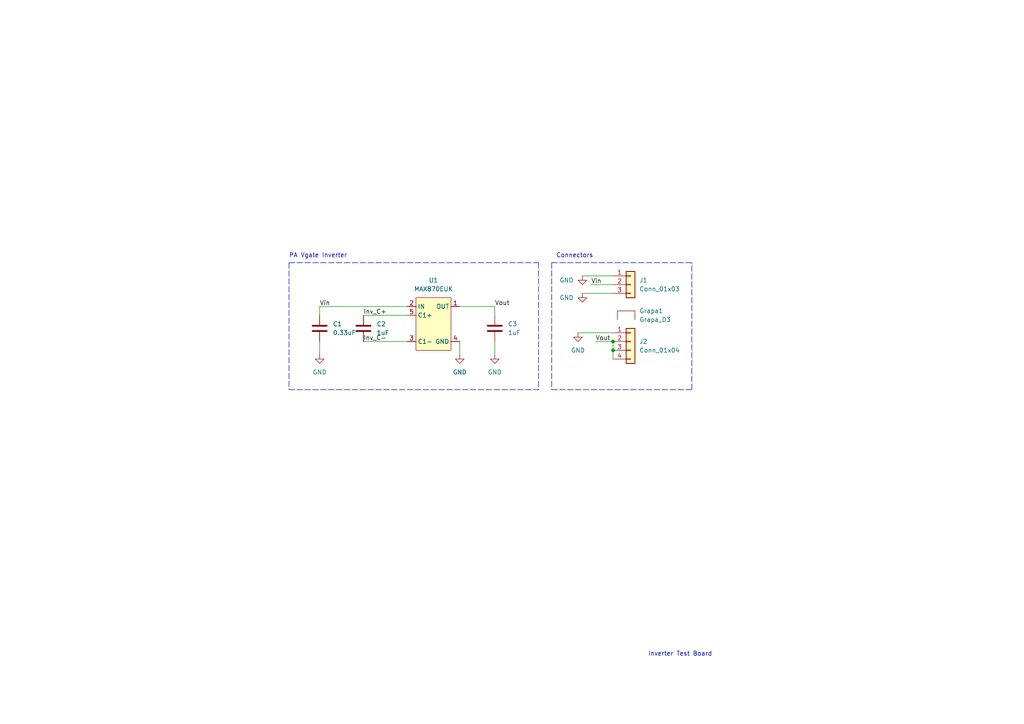
<source format=kicad_sch>
(kicad_sch (version 20211123) (generator eeschema)
  (paper "A4")
  (lib_symbols
    (symbol "Connector_Generic:Conn_01x03" (pin_names (offset 1.016) hide)
      (property "Reference" "J" (at 0 5.08 0))
      (property "Value" "Conn_01x03" (at 0 -5.08 0))
      (symbol "Conn_01x03_1_1"
        (rectangle (start -1.27 -2.413) (end 0 -2.667) (stroke (width 0.1524)))
        (rectangle (start -1.27 0.127) (end 0 -0.127) (stroke (width 0.1524)))
        (rectangle (start -1.27 2.667) (end 0 2.413) (stroke (width 0.1524)))
        (rectangle (start -1.27 3.81) (end 1.27 -3.81) (stroke (width 0.254)) (fill (type background)))
        (pin passive line (at -5.08 2.54 0) (length 3.81) (name "Pin_1") (number "1"))
        (pin passive line (at -5.08 0 0) (length 3.81) (name "Pin_2") (number "2"))
        (pin passive line (at -5.08 -2.54 0) (length 3.81) (name "Pin_3") (number "3"))
      )
    )
    (symbol "Connector_Generic:Conn_01x04" (pin_names (offset 1.016) hide)
      (property "Reference" "J" (at 0 5.08 0))
      (property "Value" "Conn_01x04" (at 0 -7.62 0))
      (symbol "Conn_01x04_1_1"
        (rectangle (start -1.27 -4.953) (end 0 -5.207) (stroke (width 0.1524)))
        (rectangle (start -1.27 -2.413) (end 0 -2.667) (stroke (width 0.1524)))
        (rectangle (start -1.27 0.127) (end 0 -0.127) (stroke (width 0.1524)))
        (rectangle (start -1.27 2.667) (end 0 2.413) (stroke (width 0.1524)))
        (rectangle (start -1.27 3.81) (end 1.27 -6.35) (stroke (width 0.254)) (fill (type background)))
        (pin passive line (at -5.08 2.54 0) (length 3.81) (name "Pin_1") (number "1"))
        (pin passive line (at -5.08 0 0) (length 3.81) (name "Pin_2") (number "2"))
        (pin passive line (at -5.08 -2.54 0) (length 3.81) (name "Pin_3") (number "3"))
        (pin passive line (at -5.08 -5.08 0) (length 3.81) (name "Pin_4") (number "4"))
      )
    )
    (symbol "Device:C" (pin_numbers hide) (pin_names (offset 0.254))
      (property "Reference" "C" (at 0.635 2.54 0))
      (property "Value" "C" (at 0.635 -2.54 0))
      (symbol "C_0_1"
        (polyline (pts (xy -2.032 -0.762) (xy 2.032 -0.762)) (stroke (width 0.508)))
        (polyline (pts (xy -2.032 0.762) (xy 2.032 0.762)) (stroke (width 0.508)))
      )
      (symbol "C_1_1"
        (pin passive line (at 0 3.81 270) (length 2.794) (name "~") (number "1"))
        (pin passive line (at 0 -3.81 90) (length 2.794) (name "~") (number "2"))
      )
    )
    (symbol "GGS_Miscellaneous:Grapa_D3"
      (property "Reference" "Grapa" (at 0 0 0))
      (property "Value" "Grapa_D3" (at 0 0 0))
      (symbol "Grapa_D3_0_1"
        (polyline (pts (xy 0 0) (xy 0 2.54) (xy 5.08 2.54) (xy 5.08 0)))
      )
    )
    (symbol "GGS_Power:MAX870"
      (property "Reference" "U" (at 0 0 0))
      (property "Value" "MAX870" (at 0 0 0))
      (symbol "MAX870_1_0"
        (rectangle (start 0 17.78) (end 10.16 2.54) (fill (type background)))
        (pin output line (at 12.7 15.24 180) (length 2.54) (name "OUT") (number "1"))
        (pin input line (at -2.54 15.24 0) (length 2.54) (name "IN") (number "2"))
        (pin bidirectional line (at -2.54 5.08 0) (length 2.54) (name "C1-") (number "3"))
        (pin power_in line (at 12.7 5.08 180) (length 2.54) (name "GND") (number "4"))
        (pin bidirectional line (at -2.54 12.7 0) (length 2.54) (name "C1+") (number "5"))
      )
    )
    (symbol "power:GND" (power) (pin_names (offset 0))
      (property "Value" "GND" (at 0 -3.81 0))
      (symbol "GND_0_1"
        (polyline (pts (xy 0 0) (xy 0 -1.27) (xy 1.27 -1.27) (xy 0 -2.54) (xy -1.27 -1.27) (xy 0 -1.27)))
      )
      (symbol "GND_1_1"
        (pin power_in line (at 0 0 270) (length 0) hide (name "GND") (number "1"))
      )
    )
  )
  (junction (at 177.8 99.06))
  (junction (at 177.8 101.6))
  (polyline (pts (xy 83.82 113.03) (xy 156.21 113.03)))
  (polyline (pts (xy 200.66 113.03) (xy 200.66 76.2)))
  (wire (pts (xy 168.91 85.09) (xy 177.8 85.09)))
  (polyline (pts (xy 156.21 76.2) (xy 156.21 113.03)))
  (polyline (pts (xy 83.82 76.2) (xy 83.82 113.03)))
  (polyline (pts (xy 160.02 76.2) (xy 200.66 76.2)))
  (wire (pts (xy 172.72 99.06) (xy 177.8 99.06)))
  (wire (pts (xy 177.8 101.6) (xy 177.8 104.14)))
  (wire (pts (xy 143.51 102.87) (xy 143.51 99.06)))
  (polyline (pts (xy 160.02 76.2) (xy 160.02 113.03)))
  (wire (pts (xy 133.35 88.9) (xy 143.51 88.9)))
  (wire (pts (xy 171.45 82.55) (xy 177.8 82.55)))
  (wire (pts (xy 92.71 102.87) (xy 92.71 99.06)))
  (wire (pts (xy 177.8 99.06) (xy 177.8 101.6)))
  (wire (pts (xy 105.41 99.06) (xy 118.11 99.06)))
  (wire (pts (xy 92.71 91.44) (xy 92.71 88.9)))
  (wire (pts (xy 168.91 80.01) (xy 177.8 80.01)))
  (wire (pts (xy 167.64 96.52) (xy 177.8 96.52)))
  (wire (pts (xy 92.71 88.9) (xy 118.11 88.9)))
  (wire (pts (xy 105.41 91.44) (xy 118.11 91.44)))
  (polyline (pts (xy 160.02 113.03) (xy 200.66 113.03)))
  (polyline (pts (xy 83.82 76.2) (xy 156.21 76.2)))
  (wire (pts (xy 143.51 88.9) (xy 143.51 91.44)))
  (wire (pts (xy 133.35 102.87) (xy 133.35 99.06)))
  (text "PA Vgate Inverter" (at 83.82 74.93 0) (effects (font (size 1.27 1.27)) (justify left bottom)))
  (text "Connectors" (at 161.29 74.93 0) (effects (font (size 1.27 1.27)) (justify left bottom)))
  (text "Inverter Test Board" (at 187.96 190.5 0) (effects (font (size 1.27 1.27)) (justify left bottom)))
  (label "Vin" (at 171.45 82.55 0))
  (label "Inv_C-" (at 105.41 99.06 0))
  (label "Vout" (at 172.72 99.06 0))
  (label "Inv_C+" (at 105.41 91.44 0))
  (label "Vin" (at 92.71 88.9 0))
  (label "Vout" (at 143.51 88.9 0))
  (symbol (lib_id "power:GND") (at 133.35 102.87 0) (unit 1)
    (property "Reference" "#PWR02" (effects hide))
    (property "Value" "GND" (at 133.35 107.95 0))
  )
  (symbol (lib_id "Connector_Generic:Conn_01x03") (at 182.88 82.55 0) (unit 1)
    (property "Reference" "J1" (at 185.42 81.2799 0) (effects (justify left)))
    (property "Value" "Conn_01x03" (at 185.42 83.8199 0) (effects (justify left)))
    (property "Footprint" "Connector_PinHeader_2.54mm:PinHeader_1x03_P2.54mm_Vertical" (effects hide))
  )
  (symbol (lib_id "power:GND") (at 143.51 102.87 0) (unit 1)
    (property "Reference" "#PWR03" (effects hide))
    (property "Value" "GND" (at 143.51 107.95 0))
  )
  (symbol (lib_id "Device:C") (at 105.41 95.25 180) (unit 1)
    (property "Reference" "C2" (at 109.22 93.9799 0) (effects (justify right)))
    (property "Value" "1uF" (at 109.22 96.5199 0) (effects (justify right)))
    (property "Footprint" "Capacitor_SMD:C_0603_1608Metric" (effects hide))
  )
  (symbol (lib_id "Device:C") (at 92.71 95.25 180) (unit 1)
    (property "Reference" "C1" (at 96.52 93.9799 0) (effects (justify right)))
    (property "Value" "0.33uF" (at 96.52 96.5199 0) (effects (justify right)))
    (property "Footprint" "Capacitor_SMD:C_0603_1608Metric" (effects hide))
  )
  (symbol (lib_id "power:GND") (at 168.91 85.09 0) (unit 1)
    (property "Reference" "#PWR0102" (effects hide))
    (property "Value" "GND" (at 166.37 86.3599 0) (effects (justify right)))
  )
  (symbol (lib_id "power:GND") (at 92.71 102.87 0) (unit 1)
    (property "Reference" "#PWR01" (effects hide))
    (property "Value" "GND" (at 92.71 107.95 0))
  )
  (symbol (lib_id "power:GND") (at 168.91 80.01 0) (unit 1)
    (property "Reference" "#PWR0101" (effects hide))
    (property "Value" "GND" (at 166.37 81.2799 0) (effects (justify right)))
  )
  (symbol (lib_id "power:GND") (at 167.64 96.52 0) (unit 1)
    (property "Reference" "#PWR04" (effects hide))
    (property "Value" "GND" (at 167.64 101.6 0))
  )
  (symbol (lib_id "GGS_Power:MAX870") (at 120.65 104.14 0) (unit 1)
    (property "Reference" "U1" (at 125.73 81.28 0))
    (property "Value" "MAX870EUK" (at 125.73 83.82 0))
    (property "Footprint" "Package_TO_SOT_SMD:SOT-23-5" (effects hide))
    (property "CHECK_PRICES" "https://www.snapeda.com/parts/MAX870EUK/Maxim%20Integrated/view-part/989292/?ref=eda" (effects hide))
    (property "PURCHASE-URL" "https://pricing.snapeda.com/search/part/MAX870EUK/?ref=eda" (effects hide))
    (property "MF" "Maxim Integrated" (effects hide))
    (property "PRICE" "None" (effects hide))
    (property "AVAILABILITY" "Warning" (effects hide))
    (property "PACKAGE" "None" (effects hide))
    (property "SNAPEDA_LINK" "https://www.snapeda.com/parts/MAX870EUK/Maxim%20Integrated/view-part/989292/?ref=snap" (effects hide))
    (property "MP" "MAX870EUK" (effects hide))
    (property "ALTIUM_VALUE" "*" (effects hide))
  )
  (symbol (lib_id "Connector_Generic:Conn_01x04") (at 182.88 99.06 0) (unit 1)
    (property "Reference" "J2" (at 185.42 99.0599 0) (effects (justify left)))
    (property "Value" "Conn_01x04" (at 185.42 101.5999 0) (effects (justify left)))
    (property "Footprint" "Connector_PinHeader_2.54mm:PinHeader_1x04_P2.54mm_Vertical" (effects hide))
  )
  (symbol (lib_id "Device:C") (at 143.51 95.25 180) (unit 1)
    (property "Reference" "C3" (at 147.32 93.9799 0) (effects (justify right)))
    (property "Value" "1uF" (at 147.32 96.5199 0) (effects (justify right)))
    (property "Footprint" "Capacitor_SMD:C_0603_1608Metric" (effects hide))
  )
  (symbol (lib_id "GGS_Miscellaneous:Grapa_D3") (at 179.07 92.71 0) (unit 1)
    (property "Reference" "Grapa1" (at 185.42 90.1699 0) (effects (justify left)))
    (property "Value" "Grapa_D3" (at 185.42 92.7099 0) (effects (justify left)))
    (property "Footprint" "GGS_Miscellaneous:Grapa_0.8mm_11.9mm" (effects hide))
  )
)
</source>
